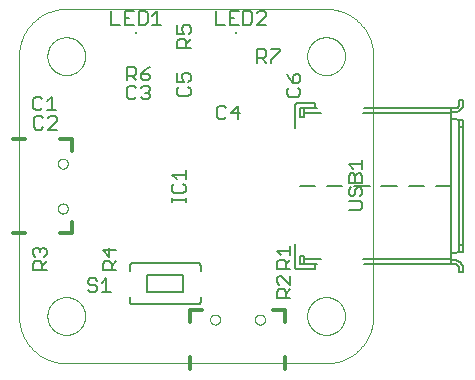
<source format=gto>
G75*
%MOIN*%
%OFA0B0*%
%FSLAX25Y25*%
%IPPOS*%
%LPD*%
%AMOC8*
5,1,8,0,0,1.08239X$1,22.5*
%
%ADD10C,0.00500*%
%ADD11R,0.00984X0.00984*%
%ADD12C,0.00000*%
%ADD13C,0.01200*%
%ADD14C,0.00800*%
%ADD15C,0.00600*%
D10*
X0058912Y0065116D02*
X0058912Y0067368D01*
X0059662Y0068118D01*
X0061163Y0068118D01*
X0061914Y0067368D01*
X0061914Y0065116D01*
X0061914Y0066617D02*
X0063415Y0068118D01*
X0062665Y0069720D02*
X0063415Y0070470D01*
X0063415Y0071971D01*
X0062665Y0072722D01*
X0061914Y0072722D01*
X0061163Y0071971D01*
X0061163Y0071221D01*
X0061163Y0071971D02*
X0060413Y0072722D01*
X0059662Y0072722D01*
X0058912Y0071971D01*
X0058912Y0070470D01*
X0059662Y0069720D01*
X0058912Y0065116D02*
X0063415Y0065116D01*
X0077211Y0061703D02*
X0077211Y0060952D01*
X0077962Y0060201D01*
X0079463Y0060201D01*
X0080214Y0059451D01*
X0080214Y0058700D01*
X0079463Y0057949D01*
X0077962Y0057949D01*
X0077211Y0058700D01*
X0077211Y0061703D02*
X0077962Y0062453D01*
X0079463Y0062453D01*
X0080214Y0061703D01*
X0081815Y0060952D02*
X0083317Y0062453D01*
X0083317Y0057949D01*
X0084818Y0057949D02*
X0081815Y0057949D01*
X0082041Y0065116D02*
X0082041Y0067368D01*
X0082792Y0068118D01*
X0084293Y0068118D01*
X0085044Y0067368D01*
X0085044Y0065116D01*
X0085044Y0066617D02*
X0086545Y0068118D01*
X0084293Y0069720D02*
X0084293Y0072722D01*
X0082041Y0071971D02*
X0084293Y0069720D01*
X0086545Y0071971D02*
X0082041Y0071971D01*
X0082041Y0065116D02*
X0086545Y0065116D01*
X0105195Y0087857D02*
X0105195Y0089359D01*
X0105195Y0088608D02*
X0109699Y0088608D01*
X0109699Y0087857D02*
X0109699Y0089359D01*
X0108948Y0090927D02*
X0109699Y0091677D01*
X0109699Y0093179D01*
X0108948Y0093929D01*
X0109699Y0095531D02*
X0109699Y0098533D01*
X0109699Y0097032D02*
X0105195Y0097032D01*
X0106696Y0095531D01*
X0105946Y0093929D02*
X0105195Y0093179D01*
X0105195Y0091677D01*
X0105946Y0090927D01*
X0108948Y0090927D01*
X0120974Y0115430D02*
X0122475Y0115430D01*
X0123226Y0116180D01*
X0124827Y0117682D02*
X0127830Y0117682D01*
X0127079Y0119934D02*
X0124827Y0117682D01*
X0123226Y0119183D02*
X0122475Y0119934D01*
X0120974Y0119934D01*
X0120223Y0119183D01*
X0120223Y0116180D01*
X0120974Y0115430D01*
X0127079Y0115430D02*
X0127079Y0119934D01*
X0111411Y0124035D02*
X0111411Y0125536D01*
X0110661Y0126287D01*
X0110661Y0127888D02*
X0111411Y0128639D01*
X0111411Y0130140D01*
X0110661Y0130891D01*
X0109159Y0130891D01*
X0108409Y0130140D01*
X0108409Y0129389D01*
X0109159Y0127888D01*
X0106908Y0127888D01*
X0106908Y0130891D01*
X0107658Y0126287D02*
X0106908Y0125536D01*
X0106908Y0124035D01*
X0107658Y0123284D01*
X0110661Y0123284D01*
X0111411Y0124035D01*
X0097766Y0123604D02*
X0097766Y0122854D01*
X0097015Y0122103D01*
X0095514Y0122103D01*
X0094763Y0122854D01*
X0093162Y0122854D02*
X0092411Y0122103D01*
X0090910Y0122103D01*
X0090159Y0122854D01*
X0090159Y0125856D01*
X0090910Y0126607D01*
X0092411Y0126607D01*
X0093162Y0125856D01*
X0094763Y0125856D02*
X0095514Y0126607D01*
X0097015Y0126607D01*
X0097766Y0125856D01*
X0097766Y0125106D01*
X0097015Y0124355D01*
X0097766Y0123604D01*
X0097015Y0124355D02*
X0096265Y0124355D01*
X0095656Y0128457D02*
X0094905Y0129208D01*
X0094905Y0130709D01*
X0097157Y0130709D01*
X0097908Y0129959D01*
X0097908Y0129208D01*
X0097157Y0128457D01*
X0095656Y0128457D01*
X0094905Y0130709D02*
X0096406Y0132211D01*
X0097908Y0132961D01*
X0093304Y0132211D02*
X0093304Y0130709D01*
X0092553Y0129959D01*
X0090301Y0129959D01*
X0091802Y0129959D02*
X0093304Y0128457D01*
X0090301Y0128457D02*
X0090301Y0132961D01*
X0092553Y0132961D01*
X0093304Y0132211D01*
X0106951Y0139174D02*
X0106951Y0141426D01*
X0107702Y0142176D01*
X0109203Y0142176D01*
X0109953Y0141426D01*
X0109953Y0139174D01*
X0109953Y0140675D02*
X0111455Y0142176D01*
X0110704Y0143778D02*
X0111455Y0144528D01*
X0111455Y0146030D01*
X0110704Y0146780D01*
X0109203Y0146780D01*
X0108452Y0146030D01*
X0108452Y0145279D01*
X0109203Y0143778D01*
X0106951Y0143778D01*
X0106951Y0146780D01*
X0101629Y0146985D02*
X0098626Y0146985D01*
X0100128Y0146985D02*
X0100128Y0151489D01*
X0098626Y0149987D01*
X0097025Y0150738D02*
X0096274Y0151489D01*
X0094022Y0151489D01*
X0094022Y0146985D01*
X0096274Y0146985D01*
X0097025Y0147736D01*
X0097025Y0150738D01*
X0092421Y0151489D02*
X0089419Y0151489D01*
X0089419Y0146985D01*
X0092421Y0146985D01*
X0090920Y0149237D02*
X0089419Y0149237D01*
X0087817Y0146985D02*
X0084815Y0146985D01*
X0084815Y0151489D01*
X0106951Y0139174D02*
X0111455Y0139174D01*
X0119756Y0146985D02*
X0122758Y0146985D01*
X0124359Y0146985D02*
X0127362Y0146985D01*
X0128963Y0146985D02*
X0131215Y0146985D01*
X0131966Y0147736D01*
X0131966Y0150738D01*
X0131215Y0151489D01*
X0128963Y0151489D01*
X0128963Y0146985D01*
X0125861Y0149237D02*
X0124359Y0149237D01*
X0124359Y0151489D02*
X0124359Y0146985D01*
X0119756Y0146985D02*
X0119756Y0151489D01*
X0124359Y0151489D02*
X0127362Y0151489D01*
X0133567Y0150738D02*
X0134318Y0151489D01*
X0135819Y0151489D01*
X0136570Y0150738D01*
X0136570Y0149987D01*
X0133567Y0146985D01*
X0136570Y0146985D01*
X0135860Y0138867D02*
X0133608Y0138867D01*
X0133608Y0134363D01*
X0133608Y0135864D02*
X0135860Y0135864D01*
X0136611Y0136615D01*
X0136611Y0138116D01*
X0135860Y0138867D01*
X0138212Y0138867D02*
X0141215Y0138867D01*
X0141215Y0138116D01*
X0138212Y0135113D01*
X0138212Y0134363D01*
X0136611Y0134363D02*
X0135110Y0135864D01*
X0143423Y0130595D02*
X0144174Y0129094D01*
X0145675Y0127593D01*
X0145675Y0129845D01*
X0146426Y0130595D01*
X0147177Y0130595D01*
X0147927Y0129845D01*
X0147927Y0128343D01*
X0147177Y0127593D01*
X0145675Y0127593D01*
X0144174Y0125991D02*
X0143423Y0125241D01*
X0143423Y0123739D01*
X0144174Y0122989D01*
X0147177Y0122989D01*
X0147927Y0123739D01*
X0147927Y0125241D01*
X0147177Y0125991D01*
X0168537Y0102008D02*
X0168537Y0099005D01*
X0168537Y0100507D02*
X0164034Y0100507D01*
X0165535Y0099005D01*
X0165535Y0097404D02*
X0164784Y0097404D01*
X0164034Y0096653D01*
X0164034Y0094401D01*
X0168537Y0094401D01*
X0168537Y0096653D01*
X0167787Y0097404D01*
X0167036Y0097404D01*
X0166285Y0096653D01*
X0166285Y0094401D01*
X0167036Y0092800D02*
X0167787Y0092800D01*
X0168537Y0092049D01*
X0168537Y0090548D01*
X0167787Y0089797D01*
X0167787Y0088196D02*
X0164034Y0088196D01*
X0164784Y0089797D02*
X0165535Y0089797D01*
X0166285Y0090548D01*
X0166285Y0092049D01*
X0167036Y0092800D01*
X0164784Y0092800D02*
X0164034Y0092049D01*
X0164034Y0090548D01*
X0164784Y0089797D01*
X0167787Y0088196D02*
X0168537Y0087445D01*
X0168537Y0085944D01*
X0167787Y0085194D01*
X0164034Y0085194D01*
X0166285Y0096653D02*
X0165535Y0097404D01*
X0144616Y0073214D02*
X0144616Y0070212D01*
X0144616Y0071713D02*
X0140112Y0071713D01*
X0141614Y0070212D01*
X0142364Y0068610D02*
X0140863Y0068610D01*
X0140112Y0067860D01*
X0140112Y0065608D01*
X0144616Y0065608D01*
X0143115Y0065608D02*
X0143115Y0067860D01*
X0142364Y0068610D01*
X0143115Y0067109D02*
X0144616Y0068610D01*
X0144616Y0063372D02*
X0144616Y0060369D01*
X0141614Y0063372D01*
X0140863Y0063372D01*
X0140112Y0062621D01*
X0140112Y0061120D01*
X0140863Y0060369D01*
X0140863Y0058768D02*
X0142364Y0058768D01*
X0143115Y0058017D01*
X0143115Y0055765D01*
X0144616Y0055765D02*
X0140112Y0055765D01*
X0140112Y0058017D01*
X0140863Y0058768D01*
X0143115Y0057267D02*
X0144616Y0058768D01*
X0066806Y0111985D02*
X0063804Y0111985D01*
X0066806Y0114987D01*
X0066806Y0115738D01*
X0066055Y0116489D01*
X0064554Y0116489D01*
X0063804Y0115738D01*
X0062202Y0115738D02*
X0061452Y0116489D01*
X0059950Y0116489D01*
X0059200Y0115738D01*
X0059200Y0112736D01*
X0059950Y0111985D01*
X0061452Y0111985D01*
X0062202Y0112736D01*
X0061255Y0118481D02*
X0062005Y0119232D01*
X0061255Y0118481D02*
X0059753Y0118481D01*
X0059003Y0119232D01*
X0059003Y0122234D01*
X0059753Y0122985D01*
X0061255Y0122985D01*
X0062005Y0122234D01*
X0063607Y0121484D02*
X0065108Y0122985D01*
X0065108Y0118481D01*
X0063607Y0118481D02*
X0066609Y0118481D01*
D11*
X0093059Y0144392D03*
X0126524Y0144392D03*
D12*
X0054181Y0136518D02*
X0054181Y0049904D01*
X0063630Y0049904D02*
X0063632Y0050062D01*
X0063638Y0050220D01*
X0063648Y0050378D01*
X0063662Y0050536D01*
X0063680Y0050693D01*
X0063701Y0050850D01*
X0063727Y0051006D01*
X0063757Y0051162D01*
X0063790Y0051317D01*
X0063828Y0051470D01*
X0063869Y0051623D01*
X0063914Y0051775D01*
X0063963Y0051926D01*
X0064016Y0052075D01*
X0064072Y0052223D01*
X0064132Y0052369D01*
X0064196Y0052514D01*
X0064264Y0052657D01*
X0064335Y0052799D01*
X0064409Y0052939D01*
X0064487Y0053076D01*
X0064569Y0053212D01*
X0064653Y0053346D01*
X0064742Y0053477D01*
X0064833Y0053606D01*
X0064928Y0053733D01*
X0065025Y0053858D01*
X0065126Y0053980D01*
X0065230Y0054099D01*
X0065337Y0054216D01*
X0065447Y0054330D01*
X0065560Y0054441D01*
X0065675Y0054550D01*
X0065793Y0054655D01*
X0065914Y0054757D01*
X0066037Y0054857D01*
X0066163Y0054953D01*
X0066291Y0055046D01*
X0066421Y0055136D01*
X0066554Y0055222D01*
X0066689Y0055306D01*
X0066825Y0055385D01*
X0066964Y0055462D01*
X0067105Y0055534D01*
X0067247Y0055604D01*
X0067391Y0055669D01*
X0067537Y0055731D01*
X0067684Y0055789D01*
X0067833Y0055844D01*
X0067983Y0055895D01*
X0068134Y0055942D01*
X0068286Y0055985D01*
X0068439Y0056024D01*
X0068594Y0056060D01*
X0068749Y0056091D01*
X0068905Y0056119D01*
X0069061Y0056143D01*
X0069218Y0056163D01*
X0069376Y0056179D01*
X0069533Y0056191D01*
X0069692Y0056199D01*
X0069850Y0056203D01*
X0070008Y0056203D01*
X0070166Y0056199D01*
X0070325Y0056191D01*
X0070482Y0056179D01*
X0070640Y0056163D01*
X0070797Y0056143D01*
X0070953Y0056119D01*
X0071109Y0056091D01*
X0071264Y0056060D01*
X0071419Y0056024D01*
X0071572Y0055985D01*
X0071724Y0055942D01*
X0071875Y0055895D01*
X0072025Y0055844D01*
X0072174Y0055789D01*
X0072321Y0055731D01*
X0072467Y0055669D01*
X0072611Y0055604D01*
X0072753Y0055534D01*
X0072894Y0055462D01*
X0073033Y0055385D01*
X0073169Y0055306D01*
X0073304Y0055222D01*
X0073437Y0055136D01*
X0073567Y0055046D01*
X0073695Y0054953D01*
X0073821Y0054857D01*
X0073944Y0054757D01*
X0074065Y0054655D01*
X0074183Y0054550D01*
X0074298Y0054441D01*
X0074411Y0054330D01*
X0074521Y0054216D01*
X0074628Y0054099D01*
X0074732Y0053980D01*
X0074833Y0053858D01*
X0074930Y0053733D01*
X0075025Y0053606D01*
X0075116Y0053477D01*
X0075205Y0053346D01*
X0075289Y0053212D01*
X0075371Y0053076D01*
X0075449Y0052939D01*
X0075523Y0052799D01*
X0075594Y0052657D01*
X0075662Y0052514D01*
X0075726Y0052369D01*
X0075786Y0052223D01*
X0075842Y0052075D01*
X0075895Y0051926D01*
X0075944Y0051775D01*
X0075989Y0051623D01*
X0076030Y0051470D01*
X0076068Y0051317D01*
X0076101Y0051162D01*
X0076131Y0051006D01*
X0076157Y0050850D01*
X0076178Y0050693D01*
X0076196Y0050536D01*
X0076210Y0050378D01*
X0076220Y0050220D01*
X0076226Y0050062D01*
X0076228Y0049904D01*
X0076226Y0049746D01*
X0076220Y0049588D01*
X0076210Y0049430D01*
X0076196Y0049272D01*
X0076178Y0049115D01*
X0076157Y0048958D01*
X0076131Y0048802D01*
X0076101Y0048646D01*
X0076068Y0048491D01*
X0076030Y0048338D01*
X0075989Y0048185D01*
X0075944Y0048033D01*
X0075895Y0047882D01*
X0075842Y0047733D01*
X0075786Y0047585D01*
X0075726Y0047439D01*
X0075662Y0047294D01*
X0075594Y0047151D01*
X0075523Y0047009D01*
X0075449Y0046869D01*
X0075371Y0046732D01*
X0075289Y0046596D01*
X0075205Y0046462D01*
X0075116Y0046331D01*
X0075025Y0046202D01*
X0074930Y0046075D01*
X0074833Y0045950D01*
X0074732Y0045828D01*
X0074628Y0045709D01*
X0074521Y0045592D01*
X0074411Y0045478D01*
X0074298Y0045367D01*
X0074183Y0045258D01*
X0074065Y0045153D01*
X0073944Y0045051D01*
X0073821Y0044951D01*
X0073695Y0044855D01*
X0073567Y0044762D01*
X0073437Y0044672D01*
X0073304Y0044586D01*
X0073169Y0044502D01*
X0073033Y0044423D01*
X0072894Y0044346D01*
X0072753Y0044274D01*
X0072611Y0044204D01*
X0072467Y0044139D01*
X0072321Y0044077D01*
X0072174Y0044019D01*
X0072025Y0043964D01*
X0071875Y0043913D01*
X0071724Y0043866D01*
X0071572Y0043823D01*
X0071419Y0043784D01*
X0071264Y0043748D01*
X0071109Y0043717D01*
X0070953Y0043689D01*
X0070797Y0043665D01*
X0070640Y0043645D01*
X0070482Y0043629D01*
X0070325Y0043617D01*
X0070166Y0043609D01*
X0070008Y0043605D01*
X0069850Y0043605D01*
X0069692Y0043609D01*
X0069533Y0043617D01*
X0069376Y0043629D01*
X0069218Y0043645D01*
X0069061Y0043665D01*
X0068905Y0043689D01*
X0068749Y0043717D01*
X0068594Y0043748D01*
X0068439Y0043784D01*
X0068286Y0043823D01*
X0068134Y0043866D01*
X0067983Y0043913D01*
X0067833Y0043964D01*
X0067684Y0044019D01*
X0067537Y0044077D01*
X0067391Y0044139D01*
X0067247Y0044204D01*
X0067105Y0044274D01*
X0066964Y0044346D01*
X0066825Y0044423D01*
X0066689Y0044502D01*
X0066554Y0044586D01*
X0066421Y0044672D01*
X0066291Y0044762D01*
X0066163Y0044855D01*
X0066037Y0044951D01*
X0065914Y0045051D01*
X0065793Y0045153D01*
X0065675Y0045258D01*
X0065560Y0045367D01*
X0065447Y0045478D01*
X0065337Y0045592D01*
X0065230Y0045709D01*
X0065126Y0045828D01*
X0065025Y0045950D01*
X0064928Y0046075D01*
X0064833Y0046202D01*
X0064742Y0046331D01*
X0064653Y0046462D01*
X0064569Y0046596D01*
X0064487Y0046732D01*
X0064409Y0046869D01*
X0064335Y0047009D01*
X0064264Y0047151D01*
X0064196Y0047294D01*
X0064132Y0047439D01*
X0064072Y0047585D01*
X0064016Y0047733D01*
X0063963Y0047882D01*
X0063914Y0048033D01*
X0063869Y0048185D01*
X0063828Y0048338D01*
X0063790Y0048491D01*
X0063757Y0048646D01*
X0063727Y0048802D01*
X0063701Y0048958D01*
X0063680Y0049115D01*
X0063662Y0049272D01*
X0063648Y0049430D01*
X0063638Y0049588D01*
X0063632Y0049746D01*
X0063630Y0049904D01*
X0054181Y0049904D02*
X0054186Y0049523D01*
X0054199Y0049143D01*
X0054222Y0048763D01*
X0054255Y0048384D01*
X0054296Y0048006D01*
X0054346Y0047629D01*
X0054406Y0047253D01*
X0054474Y0046878D01*
X0054552Y0046506D01*
X0054639Y0046135D01*
X0054734Y0045767D01*
X0054839Y0045401D01*
X0054952Y0045038D01*
X0055074Y0044677D01*
X0055204Y0044320D01*
X0055344Y0043966D01*
X0055491Y0043615D01*
X0055648Y0043268D01*
X0055812Y0042925D01*
X0055985Y0042586D01*
X0056166Y0042251D01*
X0056355Y0041920D01*
X0056552Y0041595D01*
X0056756Y0041274D01*
X0056969Y0040958D01*
X0057189Y0040648D01*
X0057416Y0040342D01*
X0057651Y0040043D01*
X0057893Y0039749D01*
X0058141Y0039461D01*
X0058397Y0039179D01*
X0058660Y0038904D01*
X0058929Y0038635D01*
X0059204Y0038372D01*
X0059486Y0038116D01*
X0059774Y0037868D01*
X0060068Y0037626D01*
X0060367Y0037391D01*
X0060673Y0037164D01*
X0060983Y0036944D01*
X0061299Y0036731D01*
X0061620Y0036527D01*
X0061945Y0036330D01*
X0062276Y0036141D01*
X0062611Y0035960D01*
X0062950Y0035787D01*
X0063293Y0035623D01*
X0063640Y0035466D01*
X0063991Y0035319D01*
X0064345Y0035179D01*
X0064702Y0035049D01*
X0065063Y0034927D01*
X0065426Y0034814D01*
X0065792Y0034709D01*
X0066160Y0034614D01*
X0066531Y0034527D01*
X0066903Y0034449D01*
X0067278Y0034381D01*
X0067654Y0034321D01*
X0068031Y0034271D01*
X0068409Y0034230D01*
X0068788Y0034197D01*
X0069168Y0034174D01*
X0069548Y0034161D01*
X0069929Y0034156D01*
X0156543Y0034156D01*
X0150244Y0049904D02*
X0150246Y0050062D01*
X0150252Y0050220D01*
X0150262Y0050378D01*
X0150276Y0050536D01*
X0150294Y0050693D01*
X0150315Y0050850D01*
X0150341Y0051006D01*
X0150371Y0051162D01*
X0150404Y0051317D01*
X0150442Y0051470D01*
X0150483Y0051623D01*
X0150528Y0051775D01*
X0150577Y0051926D01*
X0150630Y0052075D01*
X0150686Y0052223D01*
X0150746Y0052369D01*
X0150810Y0052514D01*
X0150878Y0052657D01*
X0150949Y0052799D01*
X0151023Y0052939D01*
X0151101Y0053076D01*
X0151183Y0053212D01*
X0151267Y0053346D01*
X0151356Y0053477D01*
X0151447Y0053606D01*
X0151542Y0053733D01*
X0151639Y0053858D01*
X0151740Y0053980D01*
X0151844Y0054099D01*
X0151951Y0054216D01*
X0152061Y0054330D01*
X0152174Y0054441D01*
X0152289Y0054550D01*
X0152407Y0054655D01*
X0152528Y0054757D01*
X0152651Y0054857D01*
X0152777Y0054953D01*
X0152905Y0055046D01*
X0153035Y0055136D01*
X0153168Y0055222D01*
X0153303Y0055306D01*
X0153439Y0055385D01*
X0153578Y0055462D01*
X0153719Y0055534D01*
X0153861Y0055604D01*
X0154005Y0055669D01*
X0154151Y0055731D01*
X0154298Y0055789D01*
X0154447Y0055844D01*
X0154597Y0055895D01*
X0154748Y0055942D01*
X0154900Y0055985D01*
X0155053Y0056024D01*
X0155208Y0056060D01*
X0155363Y0056091D01*
X0155519Y0056119D01*
X0155675Y0056143D01*
X0155832Y0056163D01*
X0155990Y0056179D01*
X0156147Y0056191D01*
X0156306Y0056199D01*
X0156464Y0056203D01*
X0156622Y0056203D01*
X0156780Y0056199D01*
X0156939Y0056191D01*
X0157096Y0056179D01*
X0157254Y0056163D01*
X0157411Y0056143D01*
X0157567Y0056119D01*
X0157723Y0056091D01*
X0157878Y0056060D01*
X0158033Y0056024D01*
X0158186Y0055985D01*
X0158338Y0055942D01*
X0158489Y0055895D01*
X0158639Y0055844D01*
X0158788Y0055789D01*
X0158935Y0055731D01*
X0159081Y0055669D01*
X0159225Y0055604D01*
X0159367Y0055534D01*
X0159508Y0055462D01*
X0159647Y0055385D01*
X0159783Y0055306D01*
X0159918Y0055222D01*
X0160051Y0055136D01*
X0160181Y0055046D01*
X0160309Y0054953D01*
X0160435Y0054857D01*
X0160558Y0054757D01*
X0160679Y0054655D01*
X0160797Y0054550D01*
X0160912Y0054441D01*
X0161025Y0054330D01*
X0161135Y0054216D01*
X0161242Y0054099D01*
X0161346Y0053980D01*
X0161447Y0053858D01*
X0161544Y0053733D01*
X0161639Y0053606D01*
X0161730Y0053477D01*
X0161819Y0053346D01*
X0161903Y0053212D01*
X0161985Y0053076D01*
X0162063Y0052939D01*
X0162137Y0052799D01*
X0162208Y0052657D01*
X0162276Y0052514D01*
X0162340Y0052369D01*
X0162400Y0052223D01*
X0162456Y0052075D01*
X0162509Y0051926D01*
X0162558Y0051775D01*
X0162603Y0051623D01*
X0162644Y0051470D01*
X0162682Y0051317D01*
X0162715Y0051162D01*
X0162745Y0051006D01*
X0162771Y0050850D01*
X0162792Y0050693D01*
X0162810Y0050536D01*
X0162824Y0050378D01*
X0162834Y0050220D01*
X0162840Y0050062D01*
X0162842Y0049904D01*
X0162840Y0049746D01*
X0162834Y0049588D01*
X0162824Y0049430D01*
X0162810Y0049272D01*
X0162792Y0049115D01*
X0162771Y0048958D01*
X0162745Y0048802D01*
X0162715Y0048646D01*
X0162682Y0048491D01*
X0162644Y0048338D01*
X0162603Y0048185D01*
X0162558Y0048033D01*
X0162509Y0047882D01*
X0162456Y0047733D01*
X0162400Y0047585D01*
X0162340Y0047439D01*
X0162276Y0047294D01*
X0162208Y0047151D01*
X0162137Y0047009D01*
X0162063Y0046869D01*
X0161985Y0046732D01*
X0161903Y0046596D01*
X0161819Y0046462D01*
X0161730Y0046331D01*
X0161639Y0046202D01*
X0161544Y0046075D01*
X0161447Y0045950D01*
X0161346Y0045828D01*
X0161242Y0045709D01*
X0161135Y0045592D01*
X0161025Y0045478D01*
X0160912Y0045367D01*
X0160797Y0045258D01*
X0160679Y0045153D01*
X0160558Y0045051D01*
X0160435Y0044951D01*
X0160309Y0044855D01*
X0160181Y0044762D01*
X0160051Y0044672D01*
X0159918Y0044586D01*
X0159783Y0044502D01*
X0159647Y0044423D01*
X0159508Y0044346D01*
X0159367Y0044274D01*
X0159225Y0044204D01*
X0159081Y0044139D01*
X0158935Y0044077D01*
X0158788Y0044019D01*
X0158639Y0043964D01*
X0158489Y0043913D01*
X0158338Y0043866D01*
X0158186Y0043823D01*
X0158033Y0043784D01*
X0157878Y0043748D01*
X0157723Y0043717D01*
X0157567Y0043689D01*
X0157411Y0043665D01*
X0157254Y0043645D01*
X0157096Y0043629D01*
X0156939Y0043617D01*
X0156780Y0043609D01*
X0156622Y0043605D01*
X0156464Y0043605D01*
X0156306Y0043609D01*
X0156147Y0043617D01*
X0155990Y0043629D01*
X0155832Y0043645D01*
X0155675Y0043665D01*
X0155519Y0043689D01*
X0155363Y0043717D01*
X0155208Y0043748D01*
X0155053Y0043784D01*
X0154900Y0043823D01*
X0154748Y0043866D01*
X0154597Y0043913D01*
X0154447Y0043964D01*
X0154298Y0044019D01*
X0154151Y0044077D01*
X0154005Y0044139D01*
X0153861Y0044204D01*
X0153719Y0044274D01*
X0153578Y0044346D01*
X0153439Y0044423D01*
X0153303Y0044502D01*
X0153168Y0044586D01*
X0153035Y0044672D01*
X0152905Y0044762D01*
X0152777Y0044855D01*
X0152651Y0044951D01*
X0152528Y0045051D01*
X0152407Y0045153D01*
X0152289Y0045258D01*
X0152174Y0045367D01*
X0152061Y0045478D01*
X0151951Y0045592D01*
X0151844Y0045709D01*
X0151740Y0045828D01*
X0151639Y0045950D01*
X0151542Y0046075D01*
X0151447Y0046202D01*
X0151356Y0046331D01*
X0151267Y0046462D01*
X0151183Y0046596D01*
X0151101Y0046732D01*
X0151023Y0046869D01*
X0150949Y0047009D01*
X0150878Y0047151D01*
X0150810Y0047294D01*
X0150746Y0047439D01*
X0150686Y0047585D01*
X0150630Y0047733D01*
X0150577Y0047882D01*
X0150528Y0048033D01*
X0150483Y0048185D01*
X0150442Y0048338D01*
X0150404Y0048491D01*
X0150371Y0048646D01*
X0150341Y0048802D01*
X0150315Y0048958D01*
X0150294Y0049115D01*
X0150276Y0049272D01*
X0150262Y0049430D01*
X0150252Y0049588D01*
X0150246Y0049746D01*
X0150244Y0049904D01*
X0156543Y0034156D02*
X0156924Y0034161D01*
X0157304Y0034174D01*
X0157684Y0034197D01*
X0158063Y0034230D01*
X0158441Y0034271D01*
X0158818Y0034321D01*
X0159194Y0034381D01*
X0159569Y0034449D01*
X0159941Y0034527D01*
X0160312Y0034614D01*
X0160680Y0034709D01*
X0161046Y0034814D01*
X0161409Y0034927D01*
X0161770Y0035049D01*
X0162127Y0035179D01*
X0162481Y0035319D01*
X0162832Y0035466D01*
X0163179Y0035623D01*
X0163522Y0035787D01*
X0163861Y0035960D01*
X0164196Y0036141D01*
X0164527Y0036330D01*
X0164852Y0036527D01*
X0165173Y0036731D01*
X0165489Y0036944D01*
X0165799Y0037164D01*
X0166105Y0037391D01*
X0166404Y0037626D01*
X0166698Y0037868D01*
X0166986Y0038116D01*
X0167268Y0038372D01*
X0167543Y0038635D01*
X0167812Y0038904D01*
X0168075Y0039179D01*
X0168331Y0039461D01*
X0168579Y0039749D01*
X0168821Y0040043D01*
X0169056Y0040342D01*
X0169283Y0040648D01*
X0169503Y0040958D01*
X0169716Y0041274D01*
X0169920Y0041595D01*
X0170117Y0041920D01*
X0170306Y0042251D01*
X0170487Y0042586D01*
X0170660Y0042925D01*
X0170824Y0043268D01*
X0170981Y0043615D01*
X0171128Y0043966D01*
X0171268Y0044320D01*
X0171398Y0044677D01*
X0171520Y0045038D01*
X0171633Y0045401D01*
X0171738Y0045767D01*
X0171833Y0046135D01*
X0171920Y0046506D01*
X0171998Y0046878D01*
X0172066Y0047253D01*
X0172126Y0047629D01*
X0172176Y0048006D01*
X0172217Y0048384D01*
X0172250Y0048763D01*
X0172273Y0049143D01*
X0172286Y0049523D01*
X0172291Y0049904D01*
X0172291Y0136518D01*
X0150244Y0136518D02*
X0150246Y0136676D01*
X0150252Y0136834D01*
X0150262Y0136992D01*
X0150276Y0137150D01*
X0150294Y0137307D01*
X0150315Y0137464D01*
X0150341Y0137620D01*
X0150371Y0137776D01*
X0150404Y0137931D01*
X0150442Y0138084D01*
X0150483Y0138237D01*
X0150528Y0138389D01*
X0150577Y0138540D01*
X0150630Y0138689D01*
X0150686Y0138837D01*
X0150746Y0138983D01*
X0150810Y0139128D01*
X0150878Y0139271D01*
X0150949Y0139413D01*
X0151023Y0139553D01*
X0151101Y0139690D01*
X0151183Y0139826D01*
X0151267Y0139960D01*
X0151356Y0140091D01*
X0151447Y0140220D01*
X0151542Y0140347D01*
X0151639Y0140472D01*
X0151740Y0140594D01*
X0151844Y0140713D01*
X0151951Y0140830D01*
X0152061Y0140944D01*
X0152174Y0141055D01*
X0152289Y0141164D01*
X0152407Y0141269D01*
X0152528Y0141371D01*
X0152651Y0141471D01*
X0152777Y0141567D01*
X0152905Y0141660D01*
X0153035Y0141750D01*
X0153168Y0141836D01*
X0153303Y0141920D01*
X0153439Y0141999D01*
X0153578Y0142076D01*
X0153719Y0142148D01*
X0153861Y0142218D01*
X0154005Y0142283D01*
X0154151Y0142345D01*
X0154298Y0142403D01*
X0154447Y0142458D01*
X0154597Y0142509D01*
X0154748Y0142556D01*
X0154900Y0142599D01*
X0155053Y0142638D01*
X0155208Y0142674D01*
X0155363Y0142705D01*
X0155519Y0142733D01*
X0155675Y0142757D01*
X0155832Y0142777D01*
X0155990Y0142793D01*
X0156147Y0142805D01*
X0156306Y0142813D01*
X0156464Y0142817D01*
X0156622Y0142817D01*
X0156780Y0142813D01*
X0156939Y0142805D01*
X0157096Y0142793D01*
X0157254Y0142777D01*
X0157411Y0142757D01*
X0157567Y0142733D01*
X0157723Y0142705D01*
X0157878Y0142674D01*
X0158033Y0142638D01*
X0158186Y0142599D01*
X0158338Y0142556D01*
X0158489Y0142509D01*
X0158639Y0142458D01*
X0158788Y0142403D01*
X0158935Y0142345D01*
X0159081Y0142283D01*
X0159225Y0142218D01*
X0159367Y0142148D01*
X0159508Y0142076D01*
X0159647Y0141999D01*
X0159783Y0141920D01*
X0159918Y0141836D01*
X0160051Y0141750D01*
X0160181Y0141660D01*
X0160309Y0141567D01*
X0160435Y0141471D01*
X0160558Y0141371D01*
X0160679Y0141269D01*
X0160797Y0141164D01*
X0160912Y0141055D01*
X0161025Y0140944D01*
X0161135Y0140830D01*
X0161242Y0140713D01*
X0161346Y0140594D01*
X0161447Y0140472D01*
X0161544Y0140347D01*
X0161639Y0140220D01*
X0161730Y0140091D01*
X0161819Y0139960D01*
X0161903Y0139826D01*
X0161985Y0139690D01*
X0162063Y0139553D01*
X0162137Y0139413D01*
X0162208Y0139271D01*
X0162276Y0139128D01*
X0162340Y0138983D01*
X0162400Y0138837D01*
X0162456Y0138689D01*
X0162509Y0138540D01*
X0162558Y0138389D01*
X0162603Y0138237D01*
X0162644Y0138084D01*
X0162682Y0137931D01*
X0162715Y0137776D01*
X0162745Y0137620D01*
X0162771Y0137464D01*
X0162792Y0137307D01*
X0162810Y0137150D01*
X0162824Y0136992D01*
X0162834Y0136834D01*
X0162840Y0136676D01*
X0162842Y0136518D01*
X0162840Y0136360D01*
X0162834Y0136202D01*
X0162824Y0136044D01*
X0162810Y0135886D01*
X0162792Y0135729D01*
X0162771Y0135572D01*
X0162745Y0135416D01*
X0162715Y0135260D01*
X0162682Y0135105D01*
X0162644Y0134952D01*
X0162603Y0134799D01*
X0162558Y0134647D01*
X0162509Y0134496D01*
X0162456Y0134347D01*
X0162400Y0134199D01*
X0162340Y0134053D01*
X0162276Y0133908D01*
X0162208Y0133765D01*
X0162137Y0133623D01*
X0162063Y0133483D01*
X0161985Y0133346D01*
X0161903Y0133210D01*
X0161819Y0133076D01*
X0161730Y0132945D01*
X0161639Y0132816D01*
X0161544Y0132689D01*
X0161447Y0132564D01*
X0161346Y0132442D01*
X0161242Y0132323D01*
X0161135Y0132206D01*
X0161025Y0132092D01*
X0160912Y0131981D01*
X0160797Y0131872D01*
X0160679Y0131767D01*
X0160558Y0131665D01*
X0160435Y0131565D01*
X0160309Y0131469D01*
X0160181Y0131376D01*
X0160051Y0131286D01*
X0159918Y0131200D01*
X0159783Y0131116D01*
X0159647Y0131037D01*
X0159508Y0130960D01*
X0159367Y0130888D01*
X0159225Y0130818D01*
X0159081Y0130753D01*
X0158935Y0130691D01*
X0158788Y0130633D01*
X0158639Y0130578D01*
X0158489Y0130527D01*
X0158338Y0130480D01*
X0158186Y0130437D01*
X0158033Y0130398D01*
X0157878Y0130362D01*
X0157723Y0130331D01*
X0157567Y0130303D01*
X0157411Y0130279D01*
X0157254Y0130259D01*
X0157096Y0130243D01*
X0156939Y0130231D01*
X0156780Y0130223D01*
X0156622Y0130219D01*
X0156464Y0130219D01*
X0156306Y0130223D01*
X0156147Y0130231D01*
X0155990Y0130243D01*
X0155832Y0130259D01*
X0155675Y0130279D01*
X0155519Y0130303D01*
X0155363Y0130331D01*
X0155208Y0130362D01*
X0155053Y0130398D01*
X0154900Y0130437D01*
X0154748Y0130480D01*
X0154597Y0130527D01*
X0154447Y0130578D01*
X0154298Y0130633D01*
X0154151Y0130691D01*
X0154005Y0130753D01*
X0153861Y0130818D01*
X0153719Y0130888D01*
X0153578Y0130960D01*
X0153439Y0131037D01*
X0153303Y0131116D01*
X0153168Y0131200D01*
X0153035Y0131286D01*
X0152905Y0131376D01*
X0152777Y0131469D01*
X0152651Y0131565D01*
X0152528Y0131665D01*
X0152407Y0131767D01*
X0152289Y0131872D01*
X0152174Y0131981D01*
X0152061Y0132092D01*
X0151951Y0132206D01*
X0151844Y0132323D01*
X0151740Y0132442D01*
X0151639Y0132564D01*
X0151542Y0132689D01*
X0151447Y0132816D01*
X0151356Y0132945D01*
X0151267Y0133076D01*
X0151183Y0133210D01*
X0151101Y0133346D01*
X0151023Y0133483D01*
X0150949Y0133623D01*
X0150878Y0133765D01*
X0150810Y0133908D01*
X0150746Y0134053D01*
X0150686Y0134199D01*
X0150630Y0134347D01*
X0150577Y0134496D01*
X0150528Y0134647D01*
X0150483Y0134799D01*
X0150442Y0134952D01*
X0150404Y0135105D01*
X0150371Y0135260D01*
X0150341Y0135416D01*
X0150315Y0135572D01*
X0150294Y0135729D01*
X0150276Y0135886D01*
X0150262Y0136044D01*
X0150252Y0136202D01*
X0150246Y0136360D01*
X0150244Y0136518D01*
X0156543Y0152266D02*
X0156924Y0152261D01*
X0157304Y0152248D01*
X0157684Y0152225D01*
X0158063Y0152192D01*
X0158441Y0152151D01*
X0158818Y0152101D01*
X0159194Y0152041D01*
X0159569Y0151973D01*
X0159941Y0151895D01*
X0160312Y0151808D01*
X0160680Y0151713D01*
X0161046Y0151608D01*
X0161409Y0151495D01*
X0161770Y0151373D01*
X0162127Y0151243D01*
X0162481Y0151103D01*
X0162832Y0150956D01*
X0163179Y0150799D01*
X0163522Y0150635D01*
X0163861Y0150462D01*
X0164196Y0150281D01*
X0164527Y0150092D01*
X0164852Y0149895D01*
X0165173Y0149691D01*
X0165489Y0149478D01*
X0165799Y0149258D01*
X0166105Y0149031D01*
X0166404Y0148796D01*
X0166698Y0148554D01*
X0166986Y0148306D01*
X0167268Y0148050D01*
X0167543Y0147787D01*
X0167812Y0147518D01*
X0168075Y0147243D01*
X0168331Y0146961D01*
X0168579Y0146673D01*
X0168821Y0146379D01*
X0169056Y0146080D01*
X0169283Y0145774D01*
X0169503Y0145464D01*
X0169716Y0145148D01*
X0169920Y0144827D01*
X0170117Y0144502D01*
X0170306Y0144171D01*
X0170487Y0143836D01*
X0170660Y0143497D01*
X0170824Y0143154D01*
X0170981Y0142807D01*
X0171128Y0142456D01*
X0171268Y0142102D01*
X0171398Y0141745D01*
X0171520Y0141384D01*
X0171633Y0141021D01*
X0171738Y0140655D01*
X0171833Y0140287D01*
X0171920Y0139916D01*
X0171998Y0139544D01*
X0172066Y0139169D01*
X0172126Y0138793D01*
X0172176Y0138416D01*
X0172217Y0138038D01*
X0172250Y0137659D01*
X0172273Y0137279D01*
X0172286Y0136899D01*
X0172291Y0136518D01*
X0156543Y0152266D02*
X0069929Y0152266D01*
X0063630Y0136518D02*
X0063632Y0136676D01*
X0063638Y0136834D01*
X0063648Y0136992D01*
X0063662Y0137150D01*
X0063680Y0137307D01*
X0063701Y0137464D01*
X0063727Y0137620D01*
X0063757Y0137776D01*
X0063790Y0137931D01*
X0063828Y0138084D01*
X0063869Y0138237D01*
X0063914Y0138389D01*
X0063963Y0138540D01*
X0064016Y0138689D01*
X0064072Y0138837D01*
X0064132Y0138983D01*
X0064196Y0139128D01*
X0064264Y0139271D01*
X0064335Y0139413D01*
X0064409Y0139553D01*
X0064487Y0139690D01*
X0064569Y0139826D01*
X0064653Y0139960D01*
X0064742Y0140091D01*
X0064833Y0140220D01*
X0064928Y0140347D01*
X0065025Y0140472D01*
X0065126Y0140594D01*
X0065230Y0140713D01*
X0065337Y0140830D01*
X0065447Y0140944D01*
X0065560Y0141055D01*
X0065675Y0141164D01*
X0065793Y0141269D01*
X0065914Y0141371D01*
X0066037Y0141471D01*
X0066163Y0141567D01*
X0066291Y0141660D01*
X0066421Y0141750D01*
X0066554Y0141836D01*
X0066689Y0141920D01*
X0066825Y0141999D01*
X0066964Y0142076D01*
X0067105Y0142148D01*
X0067247Y0142218D01*
X0067391Y0142283D01*
X0067537Y0142345D01*
X0067684Y0142403D01*
X0067833Y0142458D01*
X0067983Y0142509D01*
X0068134Y0142556D01*
X0068286Y0142599D01*
X0068439Y0142638D01*
X0068594Y0142674D01*
X0068749Y0142705D01*
X0068905Y0142733D01*
X0069061Y0142757D01*
X0069218Y0142777D01*
X0069376Y0142793D01*
X0069533Y0142805D01*
X0069692Y0142813D01*
X0069850Y0142817D01*
X0070008Y0142817D01*
X0070166Y0142813D01*
X0070325Y0142805D01*
X0070482Y0142793D01*
X0070640Y0142777D01*
X0070797Y0142757D01*
X0070953Y0142733D01*
X0071109Y0142705D01*
X0071264Y0142674D01*
X0071419Y0142638D01*
X0071572Y0142599D01*
X0071724Y0142556D01*
X0071875Y0142509D01*
X0072025Y0142458D01*
X0072174Y0142403D01*
X0072321Y0142345D01*
X0072467Y0142283D01*
X0072611Y0142218D01*
X0072753Y0142148D01*
X0072894Y0142076D01*
X0073033Y0141999D01*
X0073169Y0141920D01*
X0073304Y0141836D01*
X0073437Y0141750D01*
X0073567Y0141660D01*
X0073695Y0141567D01*
X0073821Y0141471D01*
X0073944Y0141371D01*
X0074065Y0141269D01*
X0074183Y0141164D01*
X0074298Y0141055D01*
X0074411Y0140944D01*
X0074521Y0140830D01*
X0074628Y0140713D01*
X0074732Y0140594D01*
X0074833Y0140472D01*
X0074930Y0140347D01*
X0075025Y0140220D01*
X0075116Y0140091D01*
X0075205Y0139960D01*
X0075289Y0139826D01*
X0075371Y0139690D01*
X0075449Y0139553D01*
X0075523Y0139413D01*
X0075594Y0139271D01*
X0075662Y0139128D01*
X0075726Y0138983D01*
X0075786Y0138837D01*
X0075842Y0138689D01*
X0075895Y0138540D01*
X0075944Y0138389D01*
X0075989Y0138237D01*
X0076030Y0138084D01*
X0076068Y0137931D01*
X0076101Y0137776D01*
X0076131Y0137620D01*
X0076157Y0137464D01*
X0076178Y0137307D01*
X0076196Y0137150D01*
X0076210Y0136992D01*
X0076220Y0136834D01*
X0076226Y0136676D01*
X0076228Y0136518D01*
X0076226Y0136360D01*
X0076220Y0136202D01*
X0076210Y0136044D01*
X0076196Y0135886D01*
X0076178Y0135729D01*
X0076157Y0135572D01*
X0076131Y0135416D01*
X0076101Y0135260D01*
X0076068Y0135105D01*
X0076030Y0134952D01*
X0075989Y0134799D01*
X0075944Y0134647D01*
X0075895Y0134496D01*
X0075842Y0134347D01*
X0075786Y0134199D01*
X0075726Y0134053D01*
X0075662Y0133908D01*
X0075594Y0133765D01*
X0075523Y0133623D01*
X0075449Y0133483D01*
X0075371Y0133346D01*
X0075289Y0133210D01*
X0075205Y0133076D01*
X0075116Y0132945D01*
X0075025Y0132816D01*
X0074930Y0132689D01*
X0074833Y0132564D01*
X0074732Y0132442D01*
X0074628Y0132323D01*
X0074521Y0132206D01*
X0074411Y0132092D01*
X0074298Y0131981D01*
X0074183Y0131872D01*
X0074065Y0131767D01*
X0073944Y0131665D01*
X0073821Y0131565D01*
X0073695Y0131469D01*
X0073567Y0131376D01*
X0073437Y0131286D01*
X0073304Y0131200D01*
X0073169Y0131116D01*
X0073033Y0131037D01*
X0072894Y0130960D01*
X0072753Y0130888D01*
X0072611Y0130818D01*
X0072467Y0130753D01*
X0072321Y0130691D01*
X0072174Y0130633D01*
X0072025Y0130578D01*
X0071875Y0130527D01*
X0071724Y0130480D01*
X0071572Y0130437D01*
X0071419Y0130398D01*
X0071264Y0130362D01*
X0071109Y0130331D01*
X0070953Y0130303D01*
X0070797Y0130279D01*
X0070640Y0130259D01*
X0070482Y0130243D01*
X0070325Y0130231D01*
X0070166Y0130223D01*
X0070008Y0130219D01*
X0069850Y0130219D01*
X0069692Y0130223D01*
X0069533Y0130231D01*
X0069376Y0130243D01*
X0069218Y0130259D01*
X0069061Y0130279D01*
X0068905Y0130303D01*
X0068749Y0130331D01*
X0068594Y0130362D01*
X0068439Y0130398D01*
X0068286Y0130437D01*
X0068134Y0130480D01*
X0067983Y0130527D01*
X0067833Y0130578D01*
X0067684Y0130633D01*
X0067537Y0130691D01*
X0067391Y0130753D01*
X0067247Y0130818D01*
X0067105Y0130888D01*
X0066964Y0130960D01*
X0066825Y0131037D01*
X0066689Y0131116D01*
X0066554Y0131200D01*
X0066421Y0131286D01*
X0066291Y0131376D01*
X0066163Y0131469D01*
X0066037Y0131565D01*
X0065914Y0131665D01*
X0065793Y0131767D01*
X0065675Y0131872D01*
X0065560Y0131981D01*
X0065447Y0132092D01*
X0065337Y0132206D01*
X0065230Y0132323D01*
X0065126Y0132442D01*
X0065025Y0132564D01*
X0064928Y0132689D01*
X0064833Y0132816D01*
X0064742Y0132945D01*
X0064653Y0133076D01*
X0064569Y0133210D01*
X0064487Y0133346D01*
X0064409Y0133483D01*
X0064335Y0133623D01*
X0064264Y0133765D01*
X0064196Y0133908D01*
X0064132Y0134053D01*
X0064072Y0134199D01*
X0064016Y0134347D01*
X0063963Y0134496D01*
X0063914Y0134647D01*
X0063869Y0134799D01*
X0063828Y0134952D01*
X0063790Y0135105D01*
X0063757Y0135260D01*
X0063727Y0135416D01*
X0063701Y0135572D01*
X0063680Y0135729D01*
X0063662Y0135886D01*
X0063648Y0136044D01*
X0063638Y0136202D01*
X0063632Y0136360D01*
X0063630Y0136518D01*
X0054181Y0136518D02*
X0054186Y0136899D01*
X0054199Y0137279D01*
X0054222Y0137659D01*
X0054255Y0138038D01*
X0054296Y0138416D01*
X0054346Y0138793D01*
X0054406Y0139169D01*
X0054474Y0139544D01*
X0054552Y0139916D01*
X0054639Y0140287D01*
X0054734Y0140655D01*
X0054839Y0141021D01*
X0054952Y0141384D01*
X0055074Y0141745D01*
X0055204Y0142102D01*
X0055344Y0142456D01*
X0055491Y0142807D01*
X0055648Y0143154D01*
X0055812Y0143497D01*
X0055985Y0143836D01*
X0056166Y0144171D01*
X0056355Y0144502D01*
X0056552Y0144827D01*
X0056756Y0145148D01*
X0056969Y0145464D01*
X0057189Y0145774D01*
X0057416Y0146080D01*
X0057651Y0146379D01*
X0057893Y0146673D01*
X0058141Y0146961D01*
X0058397Y0147243D01*
X0058660Y0147518D01*
X0058929Y0147787D01*
X0059204Y0148050D01*
X0059486Y0148306D01*
X0059774Y0148554D01*
X0060068Y0148796D01*
X0060367Y0149031D01*
X0060673Y0149258D01*
X0060983Y0149478D01*
X0061299Y0149691D01*
X0061620Y0149895D01*
X0061945Y0150092D01*
X0062276Y0150281D01*
X0062611Y0150462D01*
X0062950Y0150635D01*
X0063293Y0150799D01*
X0063640Y0150956D01*
X0063991Y0151103D01*
X0064345Y0151243D01*
X0064702Y0151373D01*
X0065063Y0151495D01*
X0065426Y0151608D01*
X0065792Y0151713D01*
X0066160Y0151808D01*
X0066531Y0151895D01*
X0066903Y0151973D01*
X0067278Y0152041D01*
X0067654Y0152101D01*
X0068031Y0152151D01*
X0068409Y0152192D01*
X0068788Y0152225D01*
X0069168Y0152248D01*
X0069548Y0152261D01*
X0069929Y0152266D01*
X0067075Y0100692D02*
X0067077Y0100773D01*
X0067083Y0100855D01*
X0067093Y0100936D01*
X0067107Y0101016D01*
X0067124Y0101095D01*
X0067146Y0101174D01*
X0067171Y0101251D01*
X0067200Y0101328D01*
X0067233Y0101402D01*
X0067270Y0101475D01*
X0067309Y0101546D01*
X0067353Y0101615D01*
X0067399Y0101682D01*
X0067449Y0101746D01*
X0067502Y0101808D01*
X0067558Y0101868D01*
X0067616Y0101924D01*
X0067678Y0101978D01*
X0067742Y0102029D01*
X0067808Y0102076D01*
X0067876Y0102120D01*
X0067947Y0102161D01*
X0068019Y0102198D01*
X0068094Y0102232D01*
X0068169Y0102262D01*
X0068247Y0102288D01*
X0068325Y0102311D01*
X0068404Y0102329D01*
X0068484Y0102344D01*
X0068565Y0102355D01*
X0068646Y0102362D01*
X0068728Y0102365D01*
X0068809Y0102364D01*
X0068890Y0102359D01*
X0068971Y0102350D01*
X0069052Y0102337D01*
X0069132Y0102320D01*
X0069210Y0102300D01*
X0069288Y0102275D01*
X0069365Y0102247D01*
X0069440Y0102215D01*
X0069513Y0102180D01*
X0069584Y0102141D01*
X0069654Y0102098D01*
X0069721Y0102053D01*
X0069787Y0102004D01*
X0069849Y0101952D01*
X0069909Y0101896D01*
X0069966Y0101838D01*
X0070021Y0101778D01*
X0070072Y0101714D01*
X0070120Y0101649D01*
X0070165Y0101581D01*
X0070207Y0101511D01*
X0070245Y0101439D01*
X0070280Y0101365D01*
X0070311Y0101290D01*
X0070338Y0101213D01*
X0070361Y0101135D01*
X0070381Y0101056D01*
X0070397Y0100976D01*
X0070409Y0100895D01*
X0070417Y0100814D01*
X0070421Y0100733D01*
X0070421Y0100651D01*
X0070417Y0100570D01*
X0070409Y0100489D01*
X0070397Y0100408D01*
X0070381Y0100328D01*
X0070361Y0100249D01*
X0070338Y0100171D01*
X0070311Y0100094D01*
X0070280Y0100019D01*
X0070245Y0099945D01*
X0070207Y0099873D01*
X0070165Y0099803D01*
X0070120Y0099735D01*
X0070072Y0099670D01*
X0070021Y0099606D01*
X0069966Y0099546D01*
X0069909Y0099488D01*
X0069849Y0099432D01*
X0069787Y0099380D01*
X0069721Y0099331D01*
X0069654Y0099286D01*
X0069585Y0099243D01*
X0069513Y0099204D01*
X0069440Y0099169D01*
X0069365Y0099137D01*
X0069288Y0099109D01*
X0069210Y0099084D01*
X0069132Y0099064D01*
X0069052Y0099047D01*
X0068971Y0099034D01*
X0068890Y0099025D01*
X0068809Y0099020D01*
X0068728Y0099019D01*
X0068646Y0099022D01*
X0068565Y0099029D01*
X0068484Y0099040D01*
X0068404Y0099055D01*
X0068325Y0099073D01*
X0068247Y0099096D01*
X0068169Y0099122D01*
X0068094Y0099152D01*
X0068019Y0099186D01*
X0067947Y0099223D01*
X0067876Y0099264D01*
X0067808Y0099308D01*
X0067742Y0099355D01*
X0067678Y0099406D01*
X0067616Y0099460D01*
X0067558Y0099516D01*
X0067502Y0099576D01*
X0067449Y0099638D01*
X0067399Y0099702D01*
X0067353Y0099769D01*
X0067309Y0099838D01*
X0067270Y0099909D01*
X0067233Y0099982D01*
X0067200Y0100056D01*
X0067171Y0100133D01*
X0067146Y0100210D01*
X0067124Y0100289D01*
X0067107Y0100368D01*
X0067093Y0100448D01*
X0067083Y0100529D01*
X0067077Y0100611D01*
X0067075Y0100692D01*
X0067075Y0085731D02*
X0067077Y0085812D01*
X0067083Y0085894D01*
X0067093Y0085975D01*
X0067107Y0086055D01*
X0067124Y0086134D01*
X0067146Y0086213D01*
X0067171Y0086290D01*
X0067200Y0086367D01*
X0067233Y0086441D01*
X0067270Y0086514D01*
X0067309Y0086585D01*
X0067353Y0086654D01*
X0067399Y0086721D01*
X0067449Y0086785D01*
X0067502Y0086847D01*
X0067558Y0086907D01*
X0067616Y0086963D01*
X0067678Y0087017D01*
X0067742Y0087068D01*
X0067808Y0087115D01*
X0067876Y0087159D01*
X0067947Y0087200D01*
X0068019Y0087237D01*
X0068094Y0087271D01*
X0068169Y0087301D01*
X0068247Y0087327D01*
X0068325Y0087350D01*
X0068404Y0087368D01*
X0068484Y0087383D01*
X0068565Y0087394D01*
X0068646Y0087401D01*
X0068728Y0087404D01*
X0068809Y0087403D01*
X0068890Y0087398D01*
X0068971Y0087389D01*
X0069052Y0087376D01*
X0069132Y0087359D01*
X0069210Y0087339D01*
X0069288Y0087314D01*
X0069365Y0087286D01*
X0069440Y0087254D01*
X0069513Y0087219D01*
X0069584Y0087180D01*
X0069654Y0087137D01*
X0069721Y0087092D01*
X0069787Y0087043D01*
X0069849Y0086991D01*
X0069909Y0086935D01*
X0069966Y0086877D01*
X0070021Y0086817D01*
X0070072Y0086753D01*
X0070120Y0086688D01*
X0070165Y0086620D01*
X0070207Y0086550D01*
X0070245Y0086478D01*
X0070280Y0086404D01*
X0070311Y0086329D01*
X0070338Y0086252D01*
X0070361Y0086174D01*
X0070381Y0086095D01*
X0070397Y0086015D01*
X0070409Y0085934D01*
X0070417Y0085853D01*
X0070421Y0085772D01*
X0070421Y0085690D01*
X0070417Y0085609D01*
X0070409Y0085528D01*
X0070397Y0085447D01*
X0070381Y0085367D01*
X0070361Y0085288D01*
X0070338Y0085210D01*
X0070311Y0085133D01*
X0070280Y0085058D01*
X0070245Y0084984D01*
X0070207Y0084912D01*
X0070165Y0084842D01*
X0070120Y0084774D01*
X0070072Y0084709D01*
X0070021Y0084645D01*
X0069966Y0084585D01*
X0069909Y0084527D01*
X0069849Y0084471D01*
X0069787Y0084419D01*
X0069721Y0084370D01*
X0069654Y0084325D01*
X0069585Y0084282D01*
X0069513Y0084243D01*
X0069440Y0084208D01*
X0069365Y0084176D01*
X0069288Y0084148D01*
X0069210Y0084123D01*
X0069132Y0084103D01*
X0069052Y0084086D01*
X0068971Y0084073D01*
X0068890Y0084064D01*
X0068809Y0084059D01*
X0068728Y0084058D01*
X0068646Y0084061D01*
X0068565Y0084068D01*
X0068484Y0084079D01*
X0068404Y0084094D01*
X0068325Y0084112D01*
X0068247Y0084135D01*
X0068169Y0084161D01*
X0068094Y0084191D01*
X0068019Y0084225D01*
X0067947Y0084262D01*
X0067876Y0084303D01*
X0067808Y0084347D01*
X0067742Y0084394D01*
X0067678Y0084445D01*
X0067616Y0084499D01*
X0067558Y0084555D01*
X0067502Y0084615D01*
X0067449Y0084677D01*
X0067399Y0084741D01*
X0067353Y0084808D01*
X0067309Y0084877D01*
X0067270Y0084948D01*
X0067233Y0085021D01*
X0067200Y0085095D01*
X0067171Y0085172D01*
X0067146Y0085249D01*
X0067124Y0085328D01*
X0067107Y0085407D01*
X0067093Y0085487D01*
X0067083Y0085568D01*
X0067077Y0085650D01*
X0067075Y0085731D01*
X0117862Y0048723D02*
X0117864Y0048804D01*
X0117870Y0048886D01*
X0117880Y0048967D01*
X0117894Y0049047D01*
X0117911Y0049126D01*
X0117933Y0049205D01*
X0117958Y0049282D01*
X0117987Y0049359D01*
X0118020Y0049433D01*
X0118057Y0049506D01*
X0118096Y0049577D01*
X0118140Y0049646D01*
X0118186Y0049713D01*
X0118236Y0049777D01*
X0118289Y0049839D01*
X0118345Y0049899D01*
X0118403Y0049955D01*
X0118465Y0050009D01*
X0118529Y0050060D01*
X0118595Y0050107D01*
X0118663Y0050151D01*
X0118734Y0050192D01*
X0118806Y0050229D01*
X0118881Y0050263D01*
X0118956Y0050293D01*
X0119034Y0050319D01*
X0119112Y0050342D01*
X0119191Y0050360D01*
X0119271Y0050375D01*
X0119352Y0050386D01*
X0119433Y0050393D01*
X0119515Y0050396D01*
X0119596Y0050395D01*
X0119677Y0050390D01*
X0119758Y0050381D01*
X0119839Y0050368D01*
X0119919Y0050351D01*
X0119997Y0050331D01*
X0120075Y0050306D01*
X0120152Y0050278D01*
X0120227Y0050246D01*
X0120300Y0050211D01*
X0120371Y0050172D01*
X0120441Y0050129D01*
X0120508Y0050084D01*
X0120574Y0050035D01*
X0120636Y0049983D01*
X0120696Y0049927D01*
X0120753Y0049869D01*
X0120808Y0049809D01*
X0120859Y0049745D01*
X0120907Y0049680D01*
X0120952Y0049612D01*
X0120994Y0049542D01*
X0121032Y0049470D01*
X0121067Y0049396D01*
X0121098Y0049321D01*
X0121125Y0049244D01*
X0121148Y0049166D01*
X0121168Y0049087D01*
X0121184Y0049007D01*
X0121196Y0048926D01*
X0121204Y0048845D01*
X0121208Y0048764D01*
X0121208Y0048682D01*
X0121204Y0048601D01*
X0121196Y0048520D01*
X0121184Y0048439D01*
X0121168Y0048359D01*
X0121148Y0048280D01*
X0121125Y0048202D01*
X0121098Y0048125D01*
X0121067Y0048050D01*
X0121032Y0047976D01*
X0120994Y0047904D01*
X0120952Y0047834D01*
X0120907Y0047766D01*
X0120859Y0047701D01*
X0120808Y0047637D01*
X0120753Y0047577D01*
X0120696Y0047519D01*
X0120636Y0047463D01*
X0120574Y0047411D01*
X0120508Y0047362D01*
X0120441Y0047317D01*
X0120372Y0047274D01*
X0120300Y0047235D01*
X0120227Y0047200D01*
X0120152Y0047168D01*
X0120075Y0047140D01*
X0119997Y0047115D01*
X0119919Y0047095D01*
X0119839Y0047078D01*
X0119758Y0047065D01*
X0119677Y0047056D01*
X0119596Y0047051D01*
X0119515Y0047050D01*
X0119433Y0047053D01*
X0119352Y0047060D01*
X0119271Y0047071D01*
X0119191Y0047086D01*
X0119112Y0047104D01*
X0119034Y0047127D01*
X0118956Y0047153D01*
X0118881Y0047183D01*
X0118806Y0047217D01*
X0118734Y0047254D01*
X0118663Y0047295D01*
X0118595Y0047339D01*
X0118529Y0047386D01*
X0118465Y0047437D01*
X0118403Y0047491D01*
X0118345Y0047547D01*
X0118289Y0047607D01*
X0118236Y0047669D01*
X0118186Y0047733D01*
X0118140Y0047800D01*
X0118096Y0047869D01*
X0118057Y0047940D01*
X0118020Y0048013D01*
X0117987Y0048087D01*
X0117958Y0048164D01*
X0117933Y0048241D01*
X0117911Y0048320D01*
X0117894Y0048399D01*
X0117880Y0048479D01*
X0117870Y0048560D01*
X0117864Y0048642D01*
X0117862Y0048723D01*
X0132823Y0048723D02*
X0132825Y0048804D01*
X0132831Y0048886D01*
X0132841Y0048967D01*
X0132855Y0049047D01*
X0132872Y0049126D01*
X0132894Y0049205D01*
X0132919Y0049282D01*
X0132948Y0049359D01*
X0132981Y0049433D01*
X0133018Y0049506D01*
X0133057Y0049577D01*
X0133101Y0049646D01*
X0133147Y0049713D01*
X0133197Y0049777D01*
X0133250Y0049839D01*
X0133306Y0049899D01*
X0133364Y0049955D01*
X0133426Y0050009D01*
X0133490Y0050060D01*
X0133556Y0050107D01*
X0133624Y0050151D01*
X0133695Y0050192D01*
X0133767Y0050229D01*
X0133842Y0050263D01*
X0133917Y0050293D01*
X0133995Y0050319D01*
X0134073Y0050342D01*
X0134152Y0050360D01*
X0134232Y0050375D01*
X0134313Y0050386D01*
X0134394Y0050393D01*
X0134476Y0050396D01*
X0134557Y0050395D01*
X0134638Y0050390D01*
X0134719Y0050381D01*
X0134800Y0050368D01*
X0134880Y0050351D01*
X0134958Y0050331D01*
X0135036Y0050306D01*
X0135113Y0050278D01*
X0135188Y0050246D01*
X0135261Y0050211D01*
X0135332Y0050172D01*
X0135402Y0050129D01*
X0135469Y0050084D01*
X0135535Y0050035D01*
X0135597Y0049983D01*
X0135657Y0049927D01*
X0135714Y0049869D01*
X0135769Y0049809D01*
X0135820Y0049745D01*
X0135868Y0049680D01*
X0135913Y0049612D01*
X0135955Y0049542D01*
X0135993Y0049470D01*
X0136028Y0049396D01*
X0136059Y0049321D01*
X0136086Y0049244D01*
X0136109Y0049166D01*
X0136129Y0049087D01*
X0136145Y0049007D01*
X0136157Y0048926D01*
X0136165Y0048845D01*
X0136169Y0048764D01*
X0136169Y0048682D01*
X0136165Y0048601D01*
X0136157Y0048520D01*
X0136145Y0048439D01*
X0136129Y0048359D01*
X0136109Y0048280D01*
X0136086Y0048202D01*
X0136059Y0048125D01*
X0136028Y0048050D01*
X0135993Y0047976D01*
X0135955Y0047904D01*
X0135913Y0047834D01*
X0135868Y0047766D01*
X0135820Y0047701D01*
X0135769Y0047637D01*
X0135714Y0047577D01*
X0135657Y0047519D01*
X0135597Y0047463D01*
X0135535Y0047411D01*
X0135469Y0047362D01*
X0135402Y0047317D01*
X0135333Y0047274D01*
X0135261Y0047235D01*
X0135188Y0047200D01*
X0135113Y0047168D01*
X0135036Y0047140D01*
X0134958Y0047115D01*
X0134880Y0047095D01*
X0134800Y0047078D01*
X0134719Y0047065D01*
X0134638Y0047056D01*
X0134557Y0047051D01*
X0134476Y0047050D01*
X0134394Y0047053D01*
X0134313Y0047060D01*
X0134232Y0047071D01*
X0134152Y0047086D01*
X0134073Y0047104D01*
X0133995Y0047127D01*
X0133917Y0047153D01*
X0133842Y0047183D01*
X0133767Y0047217D01*
X0133695Y0047254D01*
X0133624Y0047295D01*
X0133556Y0047339D01*
X0133490Y0047386D01*
X0133426Y0047437D01*
X0133364Y0047491D01*
X0133306Y0047547D01*
X0133250Y0047607D01*
X0133197Y0047669D01*
X0133147Y0047733D01*
X0133101Y0047800D01*
X0133057Y0047869D01*
X0133018Y0047940D01*
X0132981Y0048013D01*
X0132948Y0048087D01*
X0132919Y0048164D01*
X0132894Y0048241D01*
X0132872Y0048320D01*
X0132855Y0048399D01*
X0132841Y0048479D01*
X0132831Y0048560D01*
X0132825Y0048642D01*
X0132823Y0048723D01*
D13*
X0138827Y0051873D02*
X0142764Y0051873D01*
X0142764Y0047936D01*
X0142764Y0036125D02*
X0142764Y0032188D01*
X0115205Y0051873D02*
X0111268Y0051873D01*
X0111296Y0051802D02*
X0111296Y0047936D01*
X0111268Y0047936D01*
X0111268Y0036125D02*
X0111268Y0032188D01*
X0071898Y0077463D02*
X0067961Y0077463D01*
X0071898Y0077463D02*
X0071898Y0081400D01*
X0056150Y0077463D02*
X0052213Y0077463D01*
X0071898Y0105022D02*
X0071898Y0108959D01*
X0071827Y0108931D02*
X0067961Y0108931D01*
X0067961Y0108959D01*
X0056150Y0108959D02*
X0052213Y0108959D01*
D14*
X0092075Y0067621D02*
X0113728Y0067621D01*
X0113728Y0067620D02*
X0113790Y0067618D01*
X0113851Y0067612D01*
X0113912Y0067603D01*
X0113973Y0067589D01*
X0114032Y0067572D01*
X0114090Y0067551D01*
X0114147Y0067526D01*
X0114202Y0067498D01*
X0114255Y0067467D01*
X0114306Y0067432D01*
X0114355Y0067394D01*
X0114402Y0067353D01*
X0114445Y0067310D01*
X0114486Y0067263D01*
X0114524Y0067214D01*
X0114559Y0067163D01*
X0114590Y0067110D01*
X0114618Y0067055D01*
X0114643Y0066998D01*
X0114664Y0066940D01*
X0114681Y0066881D01*
X0114695Y0066820D01*
X0114704Y0066759D01*
X0114710Y0066698D01*
X0114712Y0066636D01*
X0114713Y0066636D02*
X0114713Y0065062D01*
X0108807Y0063684D02*
X0108807Y0057778D01*
X0096996Y0057778D01*
X0096996Y0063684D01*
X0108807Y0063684D01*
X0114713Y0056400D02*
X0114713Y0054825D01*
X0114712Y0054825D02*
X0114710Y0054763D01*
X0114704Y0054702D01*
X0114695Y0054641D01*
X0114681Y0054580D01*
X0114664Y0054521D01*
X0114643Y0054463D01*
X0114618Y0054406D01*
X0114590Y0054351D01*
X0114559Y0054298D01*
X0114524Y0054247D01*
X0114486Y0054198D01*
X0114445Y0054151D01*
X0114402Y0054108D01*
X0114355Y0054067D01*
X0114306Y0054029D01*
X0114255Y0053994D01*
X0114202Y0053963D01*
X0114147Y0053935D01*
X0114090Y0053910D01*
X0114032Y0053889D01*
X0113973Y0053872D01*
X0113912Y0053858D01*
X0113851Y0053849D01*
X0113790Y0053843D01*
X0113728Y0053841D01*
X0092075Y0053841D01*
X0092013Y0053843D01*
X0091952Y0053849D01*
X0091891Y0053858D01*
X0091830Y0053872D01*
X0091771Y0053889D01*
X0091713Y0053910D01*
X0091656Y0053935D01*
X0091601Y0053963D01*
X0091548Y0053994D01*
X0091497Y0054029D01*
X0091448Y0054067D01*
X0091401Y0054108D01*
X0091358Y0054151D01*
X0091317Y0054198D01*
X0091279Y0054247D01*
X0091244Y0054298D01*
X0091213Y0054351D01*
X0091185Y0054406D01*
X0091160Y0054463D01*
X0091139Y0054521D01*
X0091122Y0054580D01*
X0091108Y0054641D01*
X0091099Y0054702D01*
X0091093Y0054763D01*
X0091091Y0054825D01*
X0091091Y0056400D01*
X0091091Y0065062D02*
X0091091Y0066636D01*
X0091093Y0066698D01*
X0091099Y0066759D01*
X0091108Y0066820D01*
X0091122Y0066881D01*
X0091139Y0066940D01*
X0091160Y0066998D01*
X0091185Y0067055D01*
X0091213Y0067110D01*
X0091244Y0067163D01*
X0091279Y0067214D01*
X0091317Y0067263D01*
X0091358Y0067310D01*
X0091401Y0067353D01*
X0091448Y0067394D01*
X0091497Y0067432D01*
X0091548Y0067467D01*
X0091601Y0067498D01*
X0091656Y0067526D01*
X0091713Y0067551D01*
X0091771Y0067572D01*
X0091830Y0067589D01*
X0091891Y0067603D01*
X0091952Y0067612D01*
X0092013Y0067618D01*
X0092075Y0067620D01*
D15*
X0146307Y0066184D02*
X0146307Y0073782D01*
X0147803Y0070042D02*
X0149063Y0070042D01*
X0149063Y0069018D01*
X0154969Y0069018D01*
X0153630Y0067286D02*
X0147803Y0067286D01*
X0147803Y0070042D01*
X0149063Y0069018D02*
X0149063Y0067286D01*
X0146937Y0065554D02*
X0146888Y0065556D01*
X0146838Y0065562D01*
X0146790Y0065571D01*
X0146742Y0065585D01*
X0146696Y0065602D01*
X0146651Y0065623D01*
X0146608Y0065647D01*
X0146567Y0065674D01*
X0146528Y0065705D01*
X0146492Y0065739D01*
X0146458Y0065775D01*
X0146427Y0065814D01*
X0146400Y0065855D01*
X0146376Y0065898D01*
X0146355Y0065943D01*
X0146338Y0065989D01*
X0146324Y0066037D01*
X0146315Y0066085D01*
X0146309Y0066135D01*
X0146307Y0066184D01*
X0146937Y0065554D02*
X0152764Y0065554D01*
X0152764Y0067286D01*
X0168748Y0069018D02*
X0198276Y0069018D01*
X0198276Y0068546D01*
X0199260Y0068546D01*
X0198276Y0068546D02*
X0198276Y0067286D01*
X0169299Y0067286D01*
X0198276Y0067286D02*
X0199654Y0067286D01*
X0199718Y0067284D01*
X0199782Y0067279D01*
X0199845Y0067269D01*
X0199908Y0067256D01*
X0199970Y0067240D01*
X0200031Y0067220D01*
X0200090Y0067196D01*
X0200149Y0067169D01*
X0200205Y0067138D01*
X0200260Y0067105D01*
X0200312Y0067068D01*
X0200362Y0067028D01*
X0200410Y0066986D01*
X0200456Y0066940D01*
X0200498Y0066892D01*
X0200538Y0066842D01*
X0200575Y0066790D01*
X0200608Y0066735D01*
X0200639Y0066679D01*
X0200666Y0066620D01*
X0200690Y0066561D01*
X0200710Y0066500D01*
X0200726Y0066438D01*
X0200739Y0066375D01*
X0200749Y0066312D01*
X0200754Y0066248D01*
X0200756Y0066184D01*
X0200756Y0064530D01*
X0202016Y0064530D01*
X0202016Y0066719D01*
X0201973Y0066816D01*
X0201926Y0066912D01*
X0201876Y0067005D01*
X0201823Y0067097D01*
X0201767Y0067187D01*
X0201707Y0067275D01*
X0201644Y0067361D01*
X0201579Y0067444D01*
X0201510Y0067525D01*
X0201439Y0067604D01*
X0201365Y0067680D01*
X0201288Y0067753D01*
X0201209Y0067823D01*
X0201127Y0067891D01*
X0201043Y0067956D01*
X0200957Y0068018D01*
X0200868Y0068076D01*
X0200778Y0068132D01*
X0200685Y0068184D01*
X0200591Y0068233D01*
X0200495Y0068278D01*
X0200398Y0068321D01*
X0200299Y0068359D01*
X0200199Y0068394D01*
X0200098Y0068426D01*
X0199995Y0068454D01*
X0199892Y0068478D01*
X0199788Y0068499D01*
X0199683Y0068516D01*
X0199578Y0068529D01*
X0199472Y0068538D01*
X0199366Y0068544D01*
X0199260Y0068546D01*
X0198276Y0069018D02*
X0198276Y0070751D01*
X0198276Y0093211D01*
X0193144Y0093211D01*
X0189207Y0093211D02*
X0184076Y0093211D01*
X0180139Y0093211D02*
X0175008Y0093211D01*
X0171071Y0093211D02*
X0165940Y0093211D01*
X0162003Y0093211D02*
X0156871Y0093211D01*
X0152934Y0093211D02*
X0147803Y0093211D01*
X0146307Y0112640D02*
X0146307Y0120239D01*
X0146309Y0120288D01*
X0146315Y0120338D01*
X0146324Y0120386D01*
X0146338Y0120434D01*
X0146355Y0120480D01*
X0146376Y0120525D01*
X0146400Y0120568D01*
X0146427Y0120609D01*
X0146458Y0120648D01*
X0146492Y0120684D01*
X0146528Y0120718D01*
X0146567Y0120749D01*
X0146608Y0120776D01*
X0146651Y0120800D01*
X0146696Y0120821D01*
X0146742Y0120838D01*
X0146790Y0120852D01*
X0146838Y0120861D01*
X0146888Y0120867D01*
X0146937Y0120869D01*
X0152764Y0120869D01*
X0152764Y0119136D01*
X0153630Y0119136D02*
X0147803Y0119136D01*
X0147803Y0116381D01*
X0149063Y0116381D01*
X0149063Y0119136D01*
X0149063Y0117404D02*
X0154969Y0117404D01*
X0146937Y0120869D02*
X0146888Y0120867D01*
X0146838Y0120861D01*
X0146790Y0120852D01*
X0146742Y0120838D01*
X0146696Y0120821D01*
X0146651Y0120800D01*
X0146608Y0120776D01*
X0146567Y0120749D01*
X0146528Y0120718D01*
X0146492Y0120684D01*
X0146458Y0120648D01*
X0146427Y0120609D01*
X0146400Y0120568D01*
X0146376Y0120525D01*
X0146355Y0120480D01*
X0146338Y0120434D01*
X0146324Y0120386D01*
X0146315Y0120338D01*
X0146309Y0120288D01*
X0146307Y0120239D01*
X0168748Y0117404D02*
X0198276Y0117404D01*
X0198276Y0117877D02*
X0198276Y0115672D01*
X0202016Y0115192D01*
X0202016Y0112916D01*
X0200992Y0112916D01*
X0200992Y0115322D01*
X0200992Y0112916D02*
X0200992Y0073507D01*
X0202016Y0073507D01*
X0202016Y0112916D01*
X0198276Y0115672D02*
X0198276Y0093211D01*
X0200992Y0073507D02*
X0200992Y0071101D01*
X0202016Y0071231D02*
X0198276Y0070751D01*
X0202016Y0071231D02*
X0202016Y0073507D01*
X0199260Y0117877D02*
X0198276Y0117877D01*
X0198276Y0119136D01*
X0169299Y0119136D01*
X0198276Y0119136D02*
X0199654Y0119136D01*
X0199654Y0119137D02*
X0199718Y0119139D01*
X0199782Y0119144D01*
X0199845Y0119154D01*
X0199908Y0119167D01*
X0199970Y0119183D01*
X0200031Y0119203D01*
X0200090Y0119227D01*
X0200149Y0119254D01*
X0200205Y0119285D01*
X0200260Y0119318D01*
X0200312Y0119355D01*
X0200362Y0119395D01*
X0200410Y0119437D01*
X0200456Y0119483D01*
X0200498Y0119531D01*
X0200538Y0119581D01*
X0200575Y0119633D01*
X0200608Y0119688D01*
X0200639Y0119744D01*
X0200666Y0119803D01*
X0200690Y0119862D01*
X0200710Y0119923D01*
X0200726Y0119985D01*
X0200739Y0120048D01*
X0200749Y0120111D01*
X0200754Y0120175D01*
X0200756Y0120239D01*
X0200756Y0121892D01*
X0202016Y0121892D01*
X0202016Y0119703D01*
X0202016Y0119704D02*
X0201973Y0119607D01*
X0201926Y0119511D01*
X0201876Y0119418D01*
X0201823Y0119326D01*
X0201767Y0119236D01*
X0201707Y0119148D01*
X0201644Y0119062D01*
X0201579Y0118979D01*
X0201510Y0118898D01*
X0201439Y0118819D01*
X0201365Y0118743D01*
X0201288Y0118670D01*
X0201209Y0118600D01*
X0201127Y0118532D01*
X0201043Y0118467D01*
X0200957Y0118405D01*
X0200868Y0118347D01*
X0200778Y0118291D01*
X0200685Y0118239D01*
X0200591Y0118190D01*
X0200495Y0118145D01*
X0200398Y0118102D01*
X0200299Y0118064D01*
X0200199Y0118029D01*
X0200098Y0117997D01*
X0199995Y0117969D01*
X0199892Y0117945D01*
X0199788Y0117924D01*
X0199683Y0117907D01*
X0199578Y0117894D01*
X0199472Y0117885D01*
X0199366Y0117879D01*
X0199260Y0117877D01*
M02*

</source>
